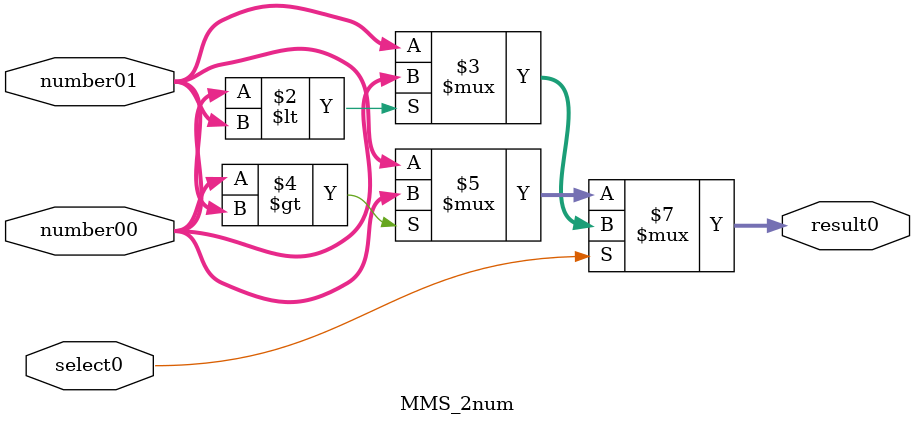
<source format=v>
module MMS_4num(result, select, number0, number1, number2, number3);

input        select;
input  [7:0] number0;
input  [7:0] number1;
input  [7:0] number2;
input  [7:0] number3;
output [7:0] result; 
wire [7:0] w1, w2;

MMS_2num M1(w1, select, number0, number1);
MMS_2num M2(w2, select, number2, number3);
MMS_2num M3(result, select, w1, w2);

endmodule


module MMS_2num(result0, select0, number00, number01);

input        select0;
input  [7:0] number00;
input  [7:0] number01;
output reg [7:0] result0;

always @(number00 or number01)
begin
if (select0)
    result0 = (number00 < number01)? number00: number01;
else
    result0 = (number00 > number01)? number00: number01;
end

endmodule
</source>
